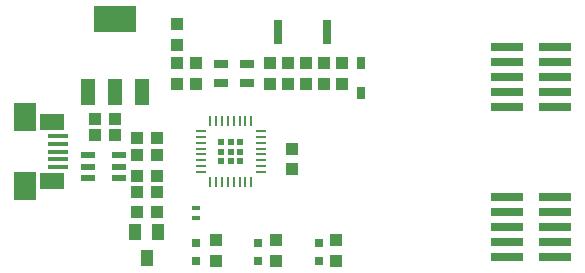
<source format=gtp>
G75*
%MOIN*%
%OFA0B0*%
%FSLAX25Y25*%
%IPPOS*%
%LPD*%
%AMOC8*
5,1,8,0,0,1.08239X$1,22.5*
%
%ADD10R,0.03937X0.04331*%
%ADD11R,0.04331X0.03937*%
%ADD12R,0.06693X0.01772*%
%ADD13R,0.08268X0.05807*%
%ADD14R,0.07480X0.09350*%
%ADD15R,0.03150X0.03937*%
%ADD16R,0.04724X0.02165*%
%ADD17R,0.04800X0.08800*%
%ADD18R,0.14173X0.08661*%
%ADD19R,0.03543X0.01142*%
%ADD20R,0.01142X0.03543*%
%ADD21R,0.01969X0.01969*%
%ADD22R,0.03150X0.03150*%
%ADD23R,0.05000X0.02500*%
%ADD24R,0.03937X0.05512*%
%ADD25R,0.11000X0.03000*%
%ADD26R,0.03150X0.07874*%
%ADD27R,0.03000X0.01800*%
D10*
X0047418Y0058479D03*
X0054111Y0058479D03*
X0054111Y0064979D03*
X0054111Y0070479D03*
X0047418Y0070479D03*
X0047418Y0064979D03*
X0047418Y0077479D03*
X0047418Y0082979D03*
X0054111Y0082979D03*
X0054111Y0077479D03*
X0040111Y0083979D03*
X0033418Y0083979D03*
X0033418Y0089479D03*
X0040111Y0089479D03*
D11*
X0060765Y0101133D03*
X0067265Y0101133D03*
X0067265Y0107826D03*
X0060765Y0107826D03*
X0060765Y0114133D03*
X0060765Y0120826D03*
X0091765Y0107826D03*
X0097765Y0107826D03*
X0103765Y0107826D03*
X0109765Y0107826D03*
X0115765Y0107826D03*
X0115765Y0101133D03*
X0109765Y0101133D03*
X0103765Y0101133D03*
X0097765Y0101133D03*
X0091765Y0101133D03*
X0099265Y0079326D03*
X0099265Y0072633D03*
X0093765Y0048826D03*
X0093765Y0042133D03*
X0073765Y0042133D03*
X0073765Y0048826D03*
X0113765Y0048826D03*
X0113765Y0042133D03*
D12*
X0021288Y0073361D03*
X0021288Y0075920D03*
X0021288Y0078479D03*
X0021288Y0081038D03*
X0021288Y0083598D03*
D13*
X0019320Y0088322D03*
X0019320Y0068637D03*
D14*
X0010265Y0066865D03*
X0010265Y0090094D03*
D15*
X0122265Y0097861D03*
X0122265Y0108098D03*
D16*
X0041383Y0077220D03*
X0041383Y0073479D03*
X0041383Y0069739D03*
X0031146Y0069739D03*
X0031146Y0073479D03*
X0031146Y0077220D03*
D17*
X0031165Y0098279D03*
X0040265Y0098279D03*
X0049365Y0098279D03*
D18*
X0040265Y0122680D03*
D19*
X0068725Y0085369D03*
X0068725Y0083401D03*
X0068725Y0081432D03*
X0068725Y0079464D03*
X0068725Y0077495D03*
X0068725Y0075527D03*
X0068725Y0073558D03*
X0068725Y0071590D03*
X0088804Y0071590D03*
X0088804Y0073558D03*
X0088804Y0075527D03*
X0088804Y0077495D03*
X0088804Y0079464D03*
X0088804Y0081432D03*
X0088804Y0083401D03*
X0088804Y0085369D03*
D20*
X0085654Y0088519D03*
X0083686Y0088519D03*
X0081717Y0088519D03*
X0079749Y0088519D03*
X0077780Y0088519D03*
X0075812Y0088519D03*
X0073843Y0088519D03*
X0071875Y0088519D03*
X0071875Y0068440D03*
X0073843Y0068440D03*
X0075812Y0068440D03*
X0077780Y0068440D03*
X0079749Y0068440D03*
X0081717Y0068440D03*
X0083686Y0068440D03*
X0085654Y0068440D03*
D21*
X0081914Y0075330D03*
X0078765Y0075330D03*
X0075615Y0075330D03*
X0075615Y0078479D03*
X0078765Y0078479D03*
X0081914Y0078479D03*
X0081914Y0081629D03*
X0078765Y0081629D03*
X0075615Y0081629D03*
D22*
X0067265Y0047932D03*
X0067265Y0042027D03*
X0087765Y0042027D03*
X0087765Y0047932D03*
X0108265Y0047932D03*
X0108265Y0042027D03*
D23*
X0084065Y0101179D03*
X0084065Y0107779D03*
X0075465Y0107779D03*
X0075465Y0101179D03*
D24*
X0050765Y0043149D03*
X0054505Y0051810D03*
X0047024Y0051810D03*
D25*
X0170765Y0053479D03*
X0170765Y0058479D03*
X0170765Y0063479D03*
X0186765Y0063479D03*
X0186765Y0058479D03*
X0186765Y0053479D03*
X0186765Y0048479D03*
X0186765Y0043479D03*
X0170765Y0043479D03*
X0170765Y0048479D03*
X0170765Y0093479D03*
X0170765Y0098479D03*
X0170765Y0103479D03*
X0170765Y0108479D03*
X0170765Y0113479D03*
X0186765Y0113479D03*
X0186765Y0108479D03*
X0186765Y0103479D03*
X0186765Y0098479D03*
X0186765Y0093479D03*
D26*
X0111032Y0118479D03*
X0094497Y0118479D03*
D27*
X0067265Y0059779D03*
X0067265Y0056179D03*
M02*

</source>
